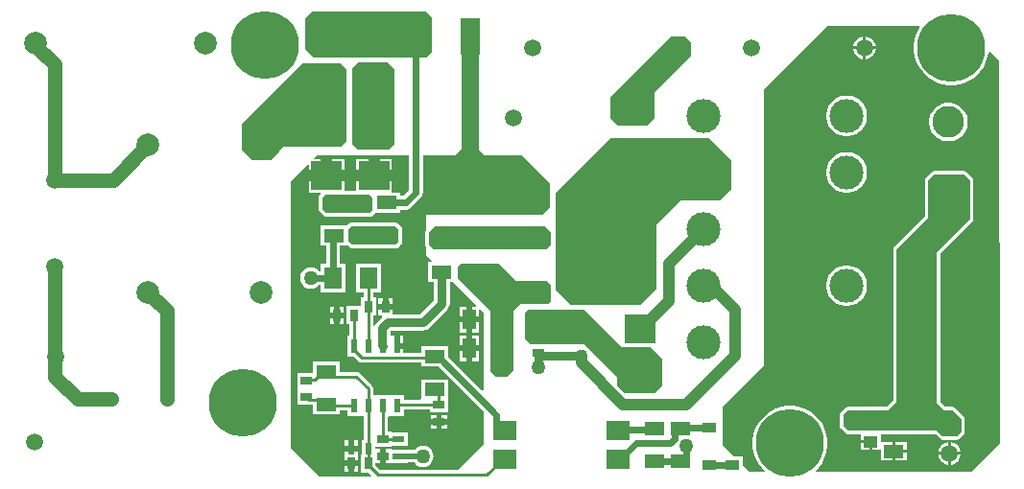
<source format=gtl>
G04*
G04 #@! TF.GenerationSoftware,Altium Limited,Altium Designer,23.4.1 (23)*
G04*
G04 Layer_Physical_Order=1*
G04 Layer_Color=255*
%FSLAX44Y44*%
%MOMM*%
G71*
G04*
G04 #@! TF.SameCoordinates,A62261B1-4730-41BB-8F10-B985FF82E821*
G04*
G04*
G04 #@! TF.FilePolarity,Positive*
G04*
G01*
G75*
%ADD12C,0.5000*%
%ADD16C,0.2540*%
%ADD18R,0.7000X1.0000*%
%ADD19R,1.0000X0.7000*%
%ADD20R,1.8000X1.1500*%
%ADD21R,0.6000X1.2700*%
%ADD22R,1.6000X1.9000*%
%ADD23R,2.7000X2.5000*%
%ADD24R,1.8000X3.2000*%
%ADD25R,2.8500X1.2500*%
%ADD26R,6.5500X5.5500*%
%ADD27R,1.2200X0.9100*%
%ADD28R,1.1500X1.8000*%
%ADD29R,1.0000X0.6000*%
%ADD30R,0.6000X1.0000*%
%ADD31R,1.3000X1.0000*%
%ADD32R,2.0000X1.7000*%
%ADD46C,1.6000*%
%ADD47C,1.1000*%
%ADD49C,0.8000*%
%ADD50C,1.5000*%
%ADD51C,1.0000*%
%ADD52C,1.3000*%
%ADD53C,0.6000*%
%ADD54C,1.5000*%
%ADD55R,1.1000X1.1000*%
%ADD56R,1.6000X1.6000*%
%ADD57C,2.8000*%
%ADD58R,2.8000X2.8000*%
%ADD59C,2.0000*%
%ADD60C,1.0000*%
%ADD61C,3.0000*%
%ADD62C,6.0000*%
%ADD63C,1.2700*%
G36*
X372110Y415290D02*
Y384810D01*
X366998Y379698D01*
X268002D01*
X260350Y387350D01*
Y414020D01*
X266700Y420370D01*
X367030D01*
X372110Y415290D01*
D02*
G37*
G36*
X600710Y393700D02*
X600710Y381000D01*
X568960Y349250D01*
Y326390D01*
X562610Y320040D01*
X535940D01*
X529590Y326390D01*
X529590Y345440D01*
X582930Y398780D01*
X595630D01*
X600710Y393700D01*
D02*
G37*
G36*
X339090Y369570D02*
Y303530D01*
X334010Y298450D01*
X307340D01*
X302260Y303530D01*
Y370840D01*
X307340Y375920D01*
X332740D01*
X339090Y369570D01*
D02*
G37*
G36*
X297180D02*
Y306070D01*
X292100Y300990D01*
X241300D01*
X237490Y297180D01*
X229870Y289560D01*
X213360D01*
X204470Y298450D01*
Y321310D01*
X257810Y374650D01*
X292100Y374650D01*
X297180Y369570D01*
D02*
G37*
G36*
X419100Y293370D02*
X452120D01*
X476250Y269240D01*
Y247650D01*
X469900Y241300D01*
X367030D01*
Y227658D01*
X366744Y227230D01*
X366511Y226060D01*
X366511Y226060D01*
Y214589D01*
X366511Y214589D01*
X366744Y213419D01*
X367030Y212991D01*
Y205740D01*
X372137Y200633D01*
X371651Y199460D01*
X369000D01*
Y181960D01*
X373940D01*
Y165485D01*
X361566Y153110D01*
X337390D01*
Y157520D01*
X331350D01*
X325310D01*
Y152480D01*
X328152D01*
X328583Y151210D01*
X328365Y151042D01*
X323679Y146356D01*
X322557Y144894D01*
X321851Y143191D01*
X320644Y143446D01*
Y152020D01*
X322850D01*
Y168020D01*
X320704D01*
Y172920D01*
X327230D01*
Y197920D01*
X305230D01*
Y172920D01*
X311996D01*
Y168020D01*
X309850D01*
Y160400D01*
X297030D01*
Y144400D01*
X299176D01*
Y134910D01*
X297530D01*
Y116210D01*
X303373D01*
X307722Y111861D01*
X309134Y110918D01*
X310800Y110586D01*
X362650D01*
Y107350D01*
X376809D01*
X377400Y107233D01*
X378146D01*
X417830Y67548D01*
Y38100D01*
X395514Y15784D01*
X326693D01*
X322730Y19747D01*
Y22140D01*
X326430D01*
Y28180D01*
Y34220D01*
X322230D01*
Y36680D01*
X336930D01*
Y37180D01*
X350900D01*
Y49180D01*
X336930D01*
Y49680D01*
X333284D01*
Y62312D01*
X334182Y63210D01*
X335280Y63210D01*
X336200Y63210D01*
X347630D01*
Y69186D01*
X370678D01*
Y67040D01*
X386678D01*
Y80040D01*
X386650D01*
Y95850D01*
X362650D01*
Y78350D01*
X361569Y77894D01*
X347630D01*
Y81910D01*
X336200D01*
X335280Y81910D01*
X334360Y81910D01*
X322930D01*
Y81910D01*
X322230D01*
Y81910D01*
X320584D01*
Y87630D01*
X320252Y89296D01*
X319308Y90709D01*
X308759Y101258D01*
X307346Y102202D01*
X305680Y102534D01*
X291400D01*
Y111410D01*
X267400D01*
Y101630D01*
X253620D01*
Y88630D01*
Y73630D01*
X267400D01*
Y64910D01*
X291400D01*
Y68206D01*
X297530D01*
Y63210D01*
X309530D01*
Y63210D01*
X310230D01*
Y63210D01*
X311876D01*
Y42290D01*
X310230D01*
Y29590D01*
X309730D01*
Y13590D01*
X316573D01*
X318830Y11333D01*
X318344Y10160D01*
X273050D01*
X247650Y35560D01*
Y270510D01*
X262727Y285587D01*
X263900Y285101D01*
Y280590D01*
X274400D01*
Y290090D01*
X268889D01*
X268403Y291263D01*
X270510Y293370D01*
X352152D01*
Y263014D01*
X347246Y258107D01*
X344740D01*
Y260740D01*
X337803D01*
X336810Y261410D01*
Y270910D01*
X321310D01*
X305810D01*
Y262098D01*
X294900D01*
Y270590D01*
X279400D01*
X263900D01*
Y261090D01*
X272625D01*
X273750Y260740D01*
Y258985D01*
X273427Y258662D01*
X272764Y257670D01*
X272531Y256499D01*
X272531Y256499D01*
Y246339D01*
X272531Y246339D01*
X272764Y245168D01*
X273427Y244176D01*
X273750Y243853D01*
Y243240D01*
X274363D01*
X277237Y240366D01*
X278230Y239703D01*
X279400Y239470D01*
X279400Y239470D01*
X317459D01*
X318630Y239703D01*
X319622Y240366D01*
X322203Y242947D01*
X322399Y243240D01*
X344740D01*
Y245872D01*
X349780D01*
X352121Y246338D01*
X354106Y247664D01*
X362596Y256154D01*
X363922Y258139D01*
X364388Y260480D01*
Y293370D01*
X392430D01*
X401320Y302260D01*
X410210D01*
X419100Y293370D01*
D02*
G37*
G36*
X320040Y256540D02*
Y245110D01*
X317459Y242529D01*
X279400D01*
X275590Y246339D01*
Y256499D01*
X278130Y259039D01*
X317541D01*
X320040Y256540D01*
D02*
G37*
G36*
X477520Y226060D02*
Y214630D01*
X473669Y210779D01*
X373380Y210779D01*
X369570Y214589D01*
Y226060D01*
X374650Y231140D01*
X472440D01*
X477520Y226060D01*
D02*
G37*
G36*
X636270Y289560D02*
Y264160D01*
X626110Y254000D01*
X591820D01*
X570230Y232410D01*
Y175260D01*
X556260Y161290D01*
X495300D01*
X481330Y175260D01*
Y260350D01*
X529590Y308610D01*
X617220D01*
X636270Y289560D01*
D02*
G37*
G36*
X447194Y182880D02*
X473710D01*
X477520Y179070D01*
X477520Y165100D01*
X474980Y162560D01*
X450850D01*
X444500Y156210D01*
Y104140D01*
X438150Y97790D01*
X429260Y97790D01*
X424180Y102870D01*
X424180Y156210D01*
X415290Y165100D01*
X394970Y185420D01*
Y195580D01*
X397510Y198120D01*
X431800D01*
X447194Y182880D01*
D02*
G37*
G36*
X411467Y161303D02*
X410981Y160130D01*
X407840D01*
Y151090D01*
X413630D01*
Y157481D01*
X414803Y157967D01*
X417830Y154940D01*
Y86511D01*
X416657Y86025D01*
X386650Y116032D01*
Y124850D01*
X362650D01*
Y119294D01*
X347170D01*
Y123060D01*
X341630D01*
Y125560D01*
X339130D01*
Y134450D01*
X336090D01*
X335731Y135571D01*
Y138439D01*
X336282Y138990D01*
X364490D01*
X366317Y139230D01*
X368020Y139936D01*
X369482Y141058D01*
X385992Y157568D01*
X387114Y159030D01*
X387820Y160733D01*
X388060Y162560D01*
Y181960D01*
X390810D01*
X411467Y161303D01*
D02*
G37*
G36*
X520700Y143510D02*
X539750Y124460D01*
X565150D01*
X575310Y114300D01*
Y90170D01*
X568960Y83820D01*
X542290D01*
X535940Y90170D01*
Y97790D01*
X527050Y106680D01*
X506730Y127000D01*
X459740D01*
X454660Y132080D01*
Y154940D01*
X457200Y157480D01*
X506730D01*
X520700Y143510D01*
D02*
G37*
G36*
X802808Y406538D02*
X802356Y405916D01*
X799998Y401288D01*
X798393Y396348D01*
X797580Y391217D01*
Y386023D01*
X798393Y380892D01*
X799998Y375952D01*
X802356Y371324D01*
X805409Y367122D01*
X809082Y363449D01*
X813284Y360396D01*
X817912Y358038D01*
X822852Y356433D01*
X827983Y355620D01*
X833177D01*
X838307Y356433D01*
X843248Y358038D01*
X847876Y360396D01*
X852078Y363449D01*
X855751Y367122D01*
X858804Y371324D01*
X861162Y375952D01*
X862767Y380892D01*
X863345Y384539D01*
X864701Y384979D01*
X872490Y377190D01*
X873760Y57150D01*
Y39370D01*
X848360Y13970D01*
X711405D01*
X710879Y15240D01*
X713511Y17872D01*
X716564Y22074D01*
X718922Y26702D01*
X720527Y31642D01*
X721340Y36773D01*
Y41967D01*
X720527Y47098D01*
X718922Y52038D01*
X716564Y56666D01*
X713511Y60868D01*
X709838Y64541D01*
X705636Y67594D01*
X701008Y69952D01*
X696068Y71557D01*
X690937Y72370D01*
X685743D01*
X680612Y71557D01*
X675672Y69952D01*
X671044Y67594D01*
X666842Y64541D01*
X663169Y60868D01*
X660116Y56666D01*
X657758Y52038D01*
X656153Y47098D01*
X655340Y41967D01*
Y36773D01*
X656153Y31642D01*
X657758Y26702D01*
X660116Y22074D01*
X663169Y17872D01*
X665801Y15240D01*
X665275Y13970D01*
X652780D01*
X646640Y20110D01*
Y28055D01*
X638695D01*
X628650Y38100D01*
Y71120D01*
X665480Y107950D01*
Y351790D01*
X721360Y407670D01*
X802232D01*
X802808Y406538D01*
D02*
G37*
%LPC*%
G36*
X336810Y290410D02*
X326310D01*
Y280910D01*
X336810D01*
Y290410D01*
D02*
G37*
G36*
X316310D02*
X305810D01*
Y280910D01*
X316310D01*
Y290410D01*
D02*
G37*
G36*
X294900Y290090D02*
X284400D01*
Y280590D01*
X294900D01*
Y290090D01*
D02*
G37*
G36*
X340401Y234158D02*
X340401Y234158D01*
X300990D01*
X299819Y233925D01*
X298827Y233262D01*
X298827Y233262D01*
X297305Y231740D01*
X273750D01*
Y214240D01*
X279112D01*
Y197920D01*
X274230D01*
Y191537D01*
X272521D01*
X272099Y192089D01*
X270145Y193587D01*
X267871Y194529D01*
X265430Y194851D01*
X262989Y194529D01*
X260715Y193587D01*
X258762Y192089D01*
X257263Y190135D01*
X256321Y187861D01*
X255999Y185420D01*
X256321Y182979D01*
X257263Y180705D01*
X258762Y178752D01*
X260715Y177253D01*
X262989Y176311D01*
X265430Y175989D01*
X267871Y176311D01*
X270145Y177253D01*
X272099Y178752D01*
X272521Y179303D01*
X274230D01*
Y172920D01*
X296230D01*
Y197920D01*
X291348D01*
Y214240D01*
X297750D01*
X298804Y213719D01*
X300097Y212426D01*
X301089Y211763D01*
X302260Y211530D01*
X302260Y211530D01*
X340319D01*
X341490Y211763D01*
X342482Y212426D01*
X344296Y214240D01*
X344740D01*
Y214684D01*
X345063Y215007D01*
X345726Y216000D01*
X345959Y217170D01*
X345959Y217170D01*
Y228600D01*
X345726Y229771D01*
X345063Y230763D01*
X345063Y230763D01*
X344740Y231086D01*
Y231740D01*
X344086D01*
X342564Y233262D01*
X342564Y233262D01*
X341572Y233925D01*
X340401Y234158D01*
D02*
G37*
G36*
X337390Y167560D02*
X333850D01*
Y162520D01*
X337390D01*
Y167560D01*
D02*
G37*
G36*
X328850D02*
X325310D01*
Y162520D01*
X328850D01*
Y167560D01*
D02*
G37*
G36*
X294570Y159940D02*
X291030D01*
Y154900D01*
X294570D01*
Y159940D01*
D02*
G37*
G36*
X286030D02*
X282490D01*
Y154900D01*
X286030D01*
Y159940D01*
D02*
G37*
G36*
X294570Y149900D02*
X291030D01*
Y144860D01*
X294570D01*
Y149900D01*
D02*
G37*
G36*
X286030D02*
X282490D01*
Y144860D01*
X286030D01*
Y149900D01*
D02*
G37*
G36*
X386218Y64580D02*
X381178D01*
Y61040D01*
X386218D01*
Y64580D01*
D02*
G37*
G36*
X376178D02*
X371138D01*
Y61040D01*
X376178D01*
Y64580D01*
D02*
G37*
G36*
X386218Y56040D02*
X381178D01*
Y52500D01*
X386218D01*
Y56040D01*
D02*
G37*
G36*
X376178D02*
X371138D01*
Y52500D01*
X376178D01*
Y56040D01*
D02*
G37*
G36*
X306770Y41830D02*
X303730D01*
Y36790D01*
X306770D01*
Y41830D01*
D02*
G37*
G36*
X298730D02*
X295690D01*
Y36790D01*
X298730D01*
Y41830D01*
D02*
G37*
G36*
X364490Y37371D02*
X362049Y37049D01*
X359775Y36107D01*
X357822Y34609D01*
X357100Y33668D01*
X350900D01*
Y34180D01*
X336470D01*
Y34220D01*
X331430D01*
Y28180D01*
Y22140D01*
X336470D01*
Y22180D01*
X350900D01*
Y22452D01*
X356916D01*
X357822Y21272D01*
X359775Y19773D01*
X362049Y18831D01*
X364490Y18509D01*
X366931Y18831D01*
X369205Y19773D01*
X371158Y21272D01*
X372657Y23225D01*
X373599Y25499D01*
X373921Y27940D01*
X373599Y30381D01*
X372657Y32655D01*
X371158Y34609D01*
X369205Y36107D01*
X366931Y37049D01*
X364490Y37371D01*
D02*
G37*
G36*
X306770Y31790D02*
X295690D01*
Y29130D01*
X295190D01*
Y24090D01*
X307270D01*
Y29130D01*
X306770D01*
Y31790D01*
D02*
G37*
G36*
X307270Y19090D02*
X303730D01*
Y14050D01*
X307270D01*
Y19090D01*
D02*
G37*
G36*
X298730D02*
X295190D01*
Y14050D01*
X298730D01*
Y19090D01*
D02*
G37*
%LPD*%
G36*
X342900Y228600D02*
Y217170D01*
X340319Y214589D01*
X302260D01*
X298450Y218399D01*
Y228559D01*
X300990Y231099D01*
X340401D01*
X342900Y228600D01*
D02*
G37*
%LPC*%
G36*
X402840Y160130D02*
X397050D01*
Y151090D01*
X402840D01*
Y160130D01*
D02*
G37*
G36*
X413630Y146090D02*
X407840D01*
Y137050D01*
X413630D01*
Y146090D01*
D02*
G37*
G36*
X402840D02*
X397050D01*
Y137050D01*
X402840D01*
Y146090D01*
D02*
G37*
G36*
X344130Y134450D02*
Y128060D01*
X347170D01*
Y134450D01*
X344130D01*
D02*
G37*
G36*
X413630Y134730D02*
X407840D01*
Y125690D01*
X413630D01*
Y134730D01*
D02*
G37*
G36*
X402840D02*
X397050D01*
Y125690D01*
X402840D01*
Y134730D01*
D02*
G37*
G36*
X413630Y120690D02*
X407840D01*
Y111650D01*
X413630D01*
Y120690D01*
D02*
G37*
G36*
X402840D02*
X397050D01*
Y111650D01*
X402840D01*
Y120690D01*
D02*
G37*
G36*
X755372Y398660D02*
X755320D01*
Y389890D01*
X764090D01*
Y389942D01*
X763406Y392495D01*
X762084Y394785D01*
X760215Y396654D01*
X757925Y397976D01*
X755372Y398660D01*
D02*
G37*
G36*
X752780D02*
X752728D01*
X750175Y397976D01*
X747885Y396654D01*
X746016Y394785D01*
X744694Y392495D01*
X744010Y389942D01*
Y389890D01*
X752780D01*
Y398660D01*
D02*
G37*
G36*
X764090Y387350D02*
X755320D01*
Y378580D01*
X755372D01*
X757925Y379264D01*
X760215Y380586D01*
X762084Y382455D01*
X763406Y384745D01*
X764090Y387298D01*
Y387350D01*
D02*
G37*
G36*
X752780D02*
X744010D01*
Y387298D01*
X744694Y384745D01*
X746016Y382455D01*
X747885Y380586D01*
X750175Y379264D01*
X752728Y378580D01*
X752780D01*
Y387350D01*
D02*
G37*
G36*
X739913Y346600D02*
X736367D01*
X732890Y345908D01*
X729614Y344551D01*
X726666Y342581D01*
X724158Y340074D01*
X722189Y337126D01*
X720832Y333850D01*
X720140Y330373D01*
Y326827D01*
X720832Y323350D01*
X722189Y320074D01*
X724158Y317126D01*
X726666Y314618D01*
X729614Y312649D01*
X732890Y311292D01*
X736367Y310600D01*
X739913D01*
X743390Y311292D01*
X746666Y312649D01*
X749614Y314618D01*
X752122Y317126D01*
X754091Y320074D01*
X755448Y323350D01*
X756140Y326827D01*
Y330373D01*
X755448Y333850D01*
X754091Y337126D01*
X752122Y340074D01*
X749614Y342581D01*
X746666Y344551D01*
X743390Y345908D01*
X739913Y346600D01*
D02*
G37*
G36*
X829714Y340054D02*
X826366D01*
X823081Y339401D01*
X819987Y338119D01*
X817203Y336259D01*
X814835Y333891D01*
X812975Y331106D01*
X811693Y328013D01*
X811040Y324728D01*
Y321380D01*
X811693Y318095D01*
X812975Y315002D01*
X814835Y312217D01*
X817203Y309849D01*
X819987Y307989D01*
X823081Y306707D01*
X826366Y306054D01*
X829714D01*
X832999Y306707D01*
X836093Y307989D01*
X838877Y309849D01*
X841245Y312217D01*
X843105Y315002D01*
X844387Y318095D01*
X845040Y321380D01*
Y324728D01*
X844387Y328013D01*
X843105Y331106D01*
X841245Y333891D01*
X838877Y336259D01*
X836093Y338119D01*
X832999Y339401D01*
X829714Y340054D01*
D02*
G37*
G36*
X842010Y279919D02*
X842010Y279919D01*
X815340D01*
X815340Y279919D01*
X814169Y279686D01*
X813177Y279023D01*
X813177Y279023D01*
X808097Y273943D01*
X807434Y272950D01*
X807201Y271780D01*
X807201Y271780D01*
Y240027D01*
X780157Y212983D01*
X779494Y211991D01*
X779261Y210820D01*
X779261Y210820D01*
Y77467D01*
X773433Y71639D01*
X739140D01*
X739140Y71639D01*
X737970Y71406D01*
X736977Y70743D01*
X733167Y66933D01*
X732504Y65940D01*
X732271Y64770D01*
X732271Y64770D01*
Y54610D01*
X732271Y54610D01*
X732504Y53439D01*
X733167Y52447D01*
X736977Y48637D01*
X737970Y47974D01*
X739140Y47741D01*
X739140Y47741D01*
X750420D01*
Y42230D01*
X759460D01*
Y40960D01*
X760730D01*
Y33420D01*
X768240D01*
Y24200D01*
X778510D01*
Y32490D01*
Y40780D01*
X768500D01*
Y47741D01*
X816613D01*
X820797Y43557D01*
X821789Y42894D01*
X822960Y42661D01*
X822960Y42661D01*
X835660D01*
X835660Y42661D01*
X836831Y42894D01*
X837823Y43557D01*
X841633Y47367D01*
X842296Y48359D01*
X842529Y49530D01*
X842529Y49530D01*
Y60960D01*
X842296Y62130D01*
X841633Y63123D01*
X834013Y70743D01*
X833020Y71406D01*
X831850Y71639D01*
X831850Y71639D01*
X825497Y71639D01*
X820939Y76197D01*
Y207013D01*
X849253Y235327D01*
X849916Y236320D01*
X850149Y237490D01*
X850149Y237490D01*
Y271780D01*
X850149Y271780D01*
X849916Y272950D01*
X849253Y273943D01*
X849253Y273943D01*
X844173Y279023D01*
X843180Y279686D01*
X842010Y279919D01*
D02*
G37*
G36*
X739913Y296600D02*
X736367D01*
X732890Y295908D01*
X729614Y294551D01*
X726666Y292582D01*
X724158Y290074D01*
X722189Y287126D01*
X720832Y283850D01*
X720140Y280373D01*
Y276827D01*
X720832Y273350D01*
X722189Y270074D01*
X724158Y267126D01*
X726666Y264618D01*
X729614Y262649D01*
X732890Y261292D01*
X736367Y260600D01*
X739913D01*
X743390Y261292D01*
X746666Y262649D01*
X749614Y264618D01*
X752122Y267126D01*
X754091Y270074D01*
X755448Y273350D01*
X756140Y276827D01*
Y280373D01*
X755448Y283850D01*
X754091Y287126D01*
X752122Y290074D01*
X749614Y292582D01*
X746666Y294551D01*
X743390Y295908D01*
X739913Y296600D01*
D02*
G37*
G36*
Y196600D02*
X736367D01*
X732890Y195908D01*
X729614Y194551D01*
X726666Y192582D01*
X724158Y190074D01*
X722189Y187126D01*
X720832Y183850D01*
X720140Y180373D01*
Y176827D01*
X720832Y173350D01*
X722189Y170074D01*
X724158Y167126D01*
X726666Y164618D01*
X729614Y162649D01*
X732890Y161292D01*
X736367Y160600D01*
X739913D01*
X743390Y161292D01*
X746666Y162649D01*
X749614Y164618D01*
X752122Y167126D01*
X754091Y170074D01*
X755448Y173350D01*
X756140Y176827D01*
Y180373D01*
X755448Y183850D01*
X754091Y187126D01*
X752122Y190074D01*
X749614Y192582D01*
X746666Y194551D01*
X743390Y195908D01*
X739913Y196600D01*
D02*
G37*
G36*
X791320Y40780D02*
X781050D01*
Y33760D01*
X791320D01*
Y40780D01*
D02*
G37*
G36*
X758190Y39690D02*
X750420D01*
Y33420D01*
X758190D01*
Y39690D01*
D02*
G37*
G36*
X830362Y40520D02*
X830310D01*
Y31750D01*
X839080D01*
Y31802D01*
X838396Y34355D01*
X837074Y36645D01*
X835205Y38514D01*
X832915Y39836D01*
X830362Y40520D01*
D02*
G37*
G36*
X827770D02*
X827718D01*
X825165Y39836D01*
X822875Y38514D01*
X821006Y36645D01*
X819684Y34355D01*
X819000Y31802D01*
Y31750D01*
X827770D01*
Y40520D01*
D02*
G37*
G36*
X791320Y31220D02*
X781050D01*
Y24200D01*
X791320D01*
Y31220D01*
D02*
G37*
G36*
X839080Y29210D02*
X830310D01*
Y20440D01*
X830362D01*
X832915Y21124D01*
X835205Y22446D01*
X837074Y24315D01*
X838396Y26605D01*
X839080Y29158D01*
Y29210D01*
D02*
G37*
G36*
X827770D02*
X819000D01*
Y29158D01*
X819684Y26605D01*
X821006Y24315D01*
X822875Y22446D01*
X825165Y21124D01*
X827718Y20440D01*
X827770D01*
Y29210D01*
D02*
G37*
%LPD*%
G36*
X847090Y271780D02*
Y237490D01*
X817880Y208280D01*
Y74930D01*
X824230Y68580D01*
X831850Y68580D01*
X839470Y60960D01*
Y49530D01*
X835660Y45720D01*
X822960D01*
X817880Y50800D01*
X739140D01*
X735330Y54610D01*
Y64770D01*
X739140Y68580D01*
X774700D01*
X782320Y76200D01*
Y210820D01*
X810260Y238760D01*
Y271780D01*
X815340Y276860D01*
X842010D01*
X847090Y271780D01*
D02*
G37*
D12*
X364370Y28060D02*
X364490Y27940D01*
X342900Y28180D02*
X343020Y28060D01*
X364370D01*
D16*
X261942Y95452D02*
X268942D01*
X261646Y95156D02*
X261942Y95452D01*
X268942D02*
X276150Y102660D01*
X316230Y20090D02*
X324890Y11430D01*
X420940D02*
X434910Y25400D01*
X324890Y11430D02*
X420940D01*
X316230Y20090D02*
Y34290D01*
X434910Y25400D02*
X436410D01*
X373490Y114940D02*
X374650Y116100D01*
X303530Y122210D02*
X310800Y114940D01*
X373490D01*
X316350Y152400D02*
Y177680D01*
X316230Y177800D02*
X316350Y177680D01*
X316230Y125560D02*
X316290Y125620D01*
Y152340D01*
X316350Y152400D01*
X303530Y125560D02*
Y152400D01*
Y122210D02*
Y125560D01*
X378678Y73540D02*
Y83072D01*
X374650Y87100D02*
X378678Y83072D01*
X341630Y72560D02*
X342610Y73540D01*
X378678D01*
X328930Y43180D02*
X342900D01*
X328930D02*
Y72560D01*
X316230Y34290D02*
Y72560D01*
Y87630D01*
X283880Y98180D02*
X305680D01*
X316230Y87630D01*
X279400Y102660D02*
X283880Y98180D01*
X276150Y102660D02*
X279400D01*
X274920Y78140D02*
X279400Y73660D01*
X263610Y78140D02*
X274920D01*
X261620Y80130D02*
X263610Y78140D01*
X280500Y72560D02*
X303530D01*
X279400Y73660D02*
X280500Y72560D01*
D18*
X303530Y152400D02*
D03*
X288530D02*
D03*
X331350Y160020D02*
D03*
X316350D02*
D03*
X301230Y21590D02*
D03*
X316230D02*
D03*
D19*
X261620Y95130D02*
D03*
Y80130D02*
D03*
X378678Y73540D02*
D03*
Y58540D02*
D03*
X328930Y28180D02*
D03*
Y43180D02*
D03*
X466090Y119500D02*
D03*
Y134500D02*
D03*
D20*
X279400Y102660D02*
D03*
Y73660D02*
D03*
X332740Y222990D02*
D03*
Y251990D02*
D03*
X309880D02*
D03*
Y222990D02*
D03*
X285750D02*
D03*
Y251990D02*
D03*
X406400Y190710D02*
D03*
Y219710D02*
D03*
X381000Y190710D02*
D03*
Y219710D02*
D03*
X374650Y87100D02*
D03*
Y116100D02*
D03*
X568960Y52705D02*
D03*
Y23705D02*
D03*
X591820Y52781D02*
D03*
Y23781D02*
D03*
X779780Y32490D02*
D03*
Y61490D02*
D03*
D21*
X303530Y72560D02*
D03*
X316230D02*
D03*
X328930D02*
D03*
X341630D02*
D03*
Y125560D02*
D03*
X328930D02*
D03*
X316230D02*
D03*
X303530D02*
D03*
D22*
X285230Y185420D02*
D03*
X316230D02*
D03*
D23*
X321310Y315910D02*
D03*
Y275910D02*
D03*
X279400Y275590D02*
D03*
Y315590D02*
D03*
Y359410D02*
D03*
Y399410D02*
D03*
X321310Y359730D02*
D03*
Y399730D02*
D03*
X549910Y296230D02*
D03*
Y336230D02*
D03*
X556260Y140650D02*
D03*
Y100650D02*
D03*
D24*
X406270Y398780D02*
D03*
X358270D02*
D03*
D25*
X462030Y173990D02*
D03*
Y219710D02*
D03*
D26*
X526030Y196850D02*
D03*
D27*
X431800Y186960D02*
D03*
Y219710D02*
D03*
X617220Y20455D02*
D03*
Y53205D02*
D03*
X637540Y53255D02*
D03*
Y20505D02*
D03*
D28*
X405340Y148590D02*
D03*
X434340D02*
D03*
X405340Y123190D02*
D03*
X434340D02*
D03*
D29*
X342900Y43180D02*
D03*
Y28180D02*
D03*
D30*
X316230Y34290D02*
D03*
X301230D02*
D03*
D31*
X759460Y40960D02*
D03*
Y60960D02*
D03*
D32*
X536410Y50800D02*
D03*
X436410D02*
D03*
Y25400D02*
D03*
X536410D02*
D03*
D46*
X803040Y189230D02*
D03*
D47*
X504190Y117160D02*
D03*
D49*
X466090D02*
X504190D01*
X466090D02*
Y119500D01*
Y106680D02*
Y117160D01*
X364490Y146050D02*
X381000Y162560D01*
X328671Y125819D02*
Y141364D01*
X333357Y146050D01*
X364490D01*
X328671Y125819D02*
X328930Y125560D01*
X381000Y162560D02*
Y190710D01*
D50*
X406270Y283340D02*
Y398780D01*
Y283340D02*
X406400Y283210D01*
D51*
X504190Y117160D02*
X504381Y116969D01*
Y110415D02*
Y116969D01*
Y110415D02*
X541136Y73660D01*
X640080Y116840D02*
Y157154D01*
X596900Y73660D02*
X640080Y116840D01*
X618634Y178600D02*
X640080Y157154D01*
X612140Y178600D02*
X618634D01*
X541136Y73660D02*
X596900D01*
X581660Y165050D02*
Y198120D01*
X557260Y140650D02*
X581660Y165050D01*
Y198120D02*
X612140Y228600D01*
X556260Y140650D02*
X557260D01*
D52*
X39980Y98450D02*
Y122590D01*
X59690Y78740D02*
X89300D01*
X138430D02*
Y156210D01*
X121920Y172720D02*
X138430Y156210D01*
X39980Y98450D02*
X59690Y78740D01*
X39675Y122895D02*
X39980Y122590D01*
X39370Y271780D02*
Y374026D01*
X22860Y390536D02*
X39370Y374026D01*
X22860Y390536D02*
Y392430D01*
X39370Y271780D02*
X90980D01*
X121920Y302720D01*
X39370Y195580D02*
X39675Y195275D01*
Y122895D02*
Y195275D01*
D53*
X597023Y26531D02*
Y36909D01*
X594273Y23781D02*
X597023Y26531D01*
X591820Y23781D02*
X594273D01*
X582709Y39385D02*
X586223Y42900D01*
Y50031D01*
X552465Y39385D02*
X582709D01*
X586223Y50031D02*
X588974Y52781D01*
X591782Y23743D02*
X591820Y23781D01*
X588974Y52781D02*
X591820D01*
X758825Y60325D02*
X759460Y60960D01*
X744220Y59690D02*
X744855Y60325D01*
X617220Y20455D02*
X617245Y20480D01*
X637515D01*
X637540Y20505D01*
X541910Y30900D02*
X543980D01*
X552465Y39385D01*
X536410Y25400D02*
X541910Y30900D01*
X592032Y52993D02*
X617008D01*
X591820Y52781D02*
X592032Y52993D01*
X617008D02*
X617220Y53205D01*
X568960Y23705D02*
X568998Y23743D01*
X591782D01*
X536410Y50800D02*
X537363Y51753D01*
X568008D01*
X568960Y52705D01*
X332740Y251990D02*
X349780D01*
X358270Y260480D02*
Y398780D01*
X349780Y251990D02*
X358270Y260480D01*
X429410Y56300D02*
Y64620D01*
X374650Y116100D02*
X377400Y113350D01*
X380680D01*
X429410Y64620D01*
X285230Y222470D02*
X285750Y222990D01*
X285230Y185420D02*
Y222470D01*
X265430Y185420D02*
X285230D01*
X429410Y56300D02*
X434910Y50800D01*
X436410D01*
D54*
X39370Y195580D02*
D03*
Y271780D02*
D03*
X461010Y388620D02*
D03*
X591010D02*
D03*
X444500Y326390D02*
D03*
Y276390D02*
D03*
X829040Y30480D02*
D03*
X828040Y55880D02*
D03*
X754050Y388620D02*
D03*
X654050D02*
D03*
X21590Y40640D02*
D03*
X40590Y115640D02*
D03*
D55*
X504190Y137160D02*
D03*
D56*
X853040Y189230D02*
D03*
D57*
X828040Y323054D02*
D03*
D58*
Y259080D02*
D03*
D59*
X172860Y392430D02*
D03*
X22860D02*
D03*
X121920Y172720D02*
D03*
Y302720D02*
D03*
X221920Y172720D02*
D03*
Y302720D02*
D03*
D60*
X89300Y78740D02*
D03*
X139300D02*
D03*
D61*
X612140Y278600D02*
D03*
X738140D02*
D03*
Y178600D02*
D03*
X612140Y128600D02*
D03*
Y328600D02*
D03*
Y228600D02*
D03*
Y178600D02*
D03*
X738140Y328600D02*
D03*
Y228600D02*
D03*
Y128600D02*
D03*
D62*
X688340Y39370D02*
D03*
X830580Y388620D02*
D03*
X224790Y391160D02*
D03*
X205740Y74930D02*
D03*
D63*
X744220Y59690D02*
D03*
X728980Y45720D02*
D03*
X646430Y54610D02*
D03*
X857250Y351790D02*
D03*
X737870Y21590D02*
D03*
X866140Y80010D02*
D03*
X767080Y96520D02*
D03*
X684530Y97790D02*
D03*
X859790Y149860D02*
D03*
X763270Y151130D02*
D03*
X688340Y152400D02*
D03*
X695960Y220980D02*
D03*
X779780Y237490D02*
D03*
X864870Y232410D02*
D03*
X862330Y309880D02*
D03*
X781050Y303530D02*
D03*
X693420Y304800D02*
D03*
X775970Y369570D02*
D03*
X709930Y372110D02*
D03*
X570230Y252730D02*
D03*
X544830Y254000D02*
D03*
X525780D02*
D03*
X509270D02*
D03*
X551180Y210820D02*
D03*
X533400D02*
D03*
X516890D02*
D03*
X500380D02*
D03*
X516890Y185420D02*
D03*
X533400D02*
D03*
X551180D02*
D03*
X500380D02*
D03*
X466090Y106680D02*
D03*
Y148590D02*
D03*
X342900Y387350D02*
D03*
X364490Y27940D02*
D03*
X392430Y36830D02*
D03*
X394970Y81280D02*
D03*
X330200Y204470D02*
D03*
X378460Y135890D02*
D03*
X331470Y99060D02*
D03*
X351790Y100330D02*
D03*
X408940Y48260D02*
D03*
X354330Y55880D02*
D03*
X280670Y27940D02*
D03*
X292100Y52070D02*
D03*
X261620Y53340D02*
D03*
X259080Y119380D02*
D03*
X279791Y128449D02*
D03*
X265430Y158750D02*
D03*
X354330Y167640D02*
D03*
X356870Y212090D02*
D03*
Y237490D02*
D03*
X261620D02*
D03*
Y210820D02*
D03*
X597023Y36909D02*
D03*
X342900Y411480D02*
D03*
Y398780D02*
D03*
X326390Y337820D02*
D03*
X313690D02*
D03*
X265430Y185420D02*
D03*
X434340Y104140D02*
D03*
M02*

</source>
